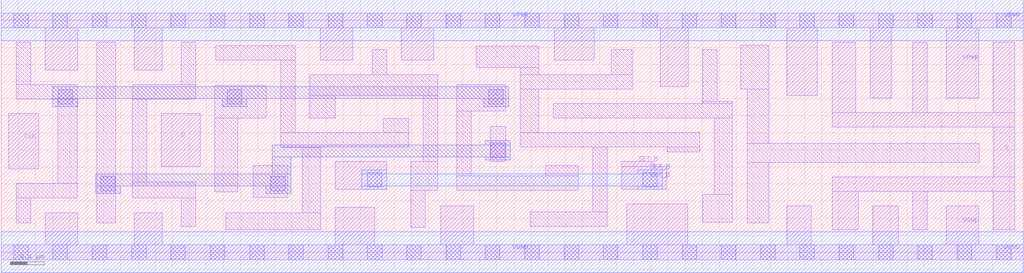
<source format=lef>
# Copyright 2020 The SkyWater PDK Authors
#
# Licensed under the Apache License, Version 2.0 (the "License");
# you may not use this file except in compliance with the License.
# You may obtain a copy of the License at
#
#     https://www.apache.org/licenses/LICENSE-2.0
#
# Unless required by applicable law or agreed to in writing, software
# distributed under the License is distributed on an "AS IS" BASIS,
# WITHOUT WARRANTIES OR CONDITIONS OF ANY KIND, either express or implied.
# See the License for the specific language governing permissions and
# limitations under the License.
#
# SPDX-License-Identifier: Apache-2.0

VERSION 5.7 ;
  NAMESCASESENSITIVE ON ;
  NOWIREEXTENSIONATPIN ON ;
  DIVIDERCHAR "/" ;
  BUSBITCHARS "[]" ;
UNITS
  DATABASE MICRONS 200 ;
END UNITS
PROPERTYDEFINITIONS
  MACRO maskLayoutSubType STRING ;
  MACRO prCellType STRING ;
  MACRO originalViewName STRING ;
END PROPERTYDEFINITIONS
MACRO sky130_fd_sc_hdll__dfstp_4
  CLASS CORE ;
  FOREIGN sky130_fd_sc_hdll__dfstp_4 ;
  ORIGIN  0.000000  0.000000 ;
  SIZE  11.96000 BY  2.720000 ;
  SYMMETRY X Y R90 ;
  SITE unithd ;
  PIN CLK
    ANTENNAGATEAREA  0.178200 ;
    DIRECTION INPUT ;
    USE SIGNAL ;
    PORT
      LAYER li1 ;
        RECT 0.090000 0.975000 0.440000 1.625000 ;
    END
  END CLK
  PIN D
    ANTENNAGATEAREA  0.247200 ;
    DIRECTION INPUT ;
    USE SIGNAL ;
    PORT
      LAYER li1 ;
        RECT 1.870000 1.005000 2.330000 1.625000 ;
    END
  END D
  PIN Q
    ANTENNADIFFAREA  1.435000 ;
    DIRECTION OUTPUT ;
    USE SIGNAL ;
    PORT
      LAYER li1 ;
        RECT  9.725000 0.265000 10.025000 0.715000 ;
        RECT  9.725000 0.715000 11.860000 0.885000 ;
        RECT  9.725000 1.470000 11.860000 1.640000 ;
        RECT  9.725000 1.640000  9.995000 2.465000 ;
        RECT 10.665000 0.265000 10.835000 0.715000 ;
        RECT 10.665000 1.640000 10.835000 2.465000 ;
        RECT 11.605000 0.265000 11.860000 0.715000 ;
        RECT 11.605000 1.640000 11.860000 2.465000 ;
        RECT 11.610000 0.885000 11.860000 1.470000 ;
    END
  END Q
  PIN SET_B
    ANTENNAGATEAREA  0.277200 ;
    DIRECTION INPUT ;
    USE SIGNAL ;
    PORT
      LAYER li1 ;
        RECT 3.910000 0.735000 4.510000 1.065000 ;
        RECT 7.260000 0.735000 7.780000 1.005000 ;
        RECT 7.260000 1.005000 7.640000 1.065000 ;
      LAYER mcon ;
        RECT 4.280000 0.765000 4.450000 0.935000 ;
        RECT 7.505000 0.765000 7.675000 0.935000 ;
      LAYER met1 ;
        RECT 4.220000 0.735000 4.510000 0.780000 ;
        RECT 4.220000 0.780000 7.735000 0.920000 ;
        RECT 4.220000 0.920000 4.510000 0.965000 ;
        RECT 7.445000 0.735000 7.735000 0.780000 ;
        RECT 7.445000 0.920000 7.735000 0.965000 ;
    END
  END SET_B
  PIN VGND
    DIRECTION INOUT ;
    USE GROUND ;
    PORT
      LAYER li1 ;
        RECT  0.000000 -0.085000 11.960000 0.085000 ;
        RECT  0.515000  0.085000  0.895000 0.465000 ;
        RECT  1.555000  0.085000  1.885000 0.465000 ;
        RECT  3.910000  0.085000  4.370000 0.525000 ;
        RECT  5.140000  0.085000  5.530000 0.545000 ;
        RECT  7.320000  0.085000  8.030000 0.565000 ;
        RECT  9.190000  0.085000  9.475000 0.545000 ;
        RECT 10.195000  0.085000 10.495000 0.545000 ;
        RECT 11.055000  0.085000 11.435000 0.545000 ;
      LAYER mcon ;
        RECT  0.145000 -0.085000  0.315000 0.085000 ;
        RECT  0.605000 -0.085000  0.775000 0.085000 ;
        RECT  1.065000 -0.085000  1.235000 0.085000 ;
        RECT  1.525000 -0.085000  1.695000 0.085000 ;
        RECT  1.985000 -0.085000  2.155000 0.085000 ;
        RECT  2.445000 -0.085000  2.615000 0.085000 ;
        RECT  2.905000 -0.085000  3.075000 0.085000 ;
        RECT  3.365000 -0.085000  3.535000 0.085000 ;
        RECT  3.825000 -0.085000  3.995000 0.085000 ;
        RECT  4.285000 -0.085000  4.455000 0.085000 ;
        RECT  4.745000 -0.085000  4.915000 0.085000 ;
        RECT  5.205000 -0.085000  5.375000 0.085000 ;
        RECT  5.665000 -0.085000  5.835000 0.085000 ;
        RECT  6.125000 -0.085000  6.295000 0.085000 ;
        RECT  6.585000 -0.085000  6.755000 0.085000 ;
        RECT  7.045000 -0.085000  7.215000 0.085000 ;
        RECT  7.505000 -0.085000  7.675000 0.085000 ;
        RECT  7.965000 -0.085000  8.135000 0.085000 ;
        RECT  8.425000 -0.085000  8.595000 0.085000 ;
        RECT  8.885000 -0.085000  9.055000 0.085000 ;
        RECT  9.345000 -0.085000  9.515000 0.085000 ;
        RECT  9.805000 -0.085000  9.975000 0.085000 ;
        RECT 10.265000 -0.085000 10.435000 0.085000 ;
        RECT 10.725000 -0.085000 10.895000 0.085000 ;
        RECT 11.185000 -0.085000 11.355000 0.085000 ;
        RECT 11.645000 -0.085000 11.815000 0.085000 ;
      LAYER met1 ;
        RECT 0.000000 -0.240000 11.960000 0.240000 ;
    END
  END VGND
  PIN VPWR
    DIRECTION INOUT ;
    USE POWER ;
    PORT
      LAYER li1 ;
        RECT  0.000000 2.635000 11.960000 2.805000 ;
        RECT  0.515000 2.135000  0.895000 2.635000 ;
        RECT  1.555000 2.135000  1.885000 2.635000 ;
        RECT  3.730000 2.255000  4.110000 2.635000 ;
        RECT  4.680000 2.255000  5.060000 2.635000 ;
        RECT  6.470000 2.255000  6.940000 2.635000 ;
        RECT  7.710000 1.945000  8.040000 2.635000 ;
        RECT  9.190000 1.835000  9.545000 2.635000 ;
        RECT 10.165000 1.810000 10.420000 2.635000 ;
        RECT 11.055000 1.810000 11.435000 2.635000 ;
      LAYER mcon ;
        RECT  0.145000 2.635000  0.315000 2.805000 ;
        RECT  0.605000 2.635000  0.775000 2.805000 ;
        RECT  1.065000 2.635000  1.235000 2.805000 ;
        RECT  1.525000 2.635000  1.695000 2.805000 ;
        RECT  1.985000 2.635000  2.155000 2.805000 ;
        RECT  2.445000 2.635000  2.615000 2.805000 ;
        RECT  2.905000 2.635000  3.075000 2.805000 ;
        RECT  3.365000 2.635000  3.535000 2.805000 ;
        RECT  3.825000 2.635000  3.995000 2.805000 ;
        RECT  4.285000 2.635000  4.455000 2.805000 ;
        RECT  4.745000 2.635000  4.915000 2.805000 ;
        RECT  5.205000 2.635000  5.375000 2.805000 ;
        RECT  5.665000 2.635000  5.835000 2.805000 ;
        RECT  6.125000 2.635000  6.295000 2.805000 ;
        RECT  6.585000 2.635000  6.755000 2.805000 ;
        RECT  7.045000 2.635000  7.215000 2.805000 ;
        RECT  7.505000 2.635000  7.675000 2.805000 ;
        RECT  7.965000 2.635000  8.135000 2.805000 ;
        RECT  8.425000 2.635000  8.595000 2.805000 ;
        RECT  8.885000 2.635000  9.055000 2.805000 ;
        RECT  9.345000 2.635000  9.515000 2.805000 ;
        RECT  9.805000 2.635000  9.975000 2.805000 ;
        RECT 10.265000 2.635000 10.435000 2.805000 ;
        RECT 10.725000 2.635000 10.895000 2.805000 ;
        RECT 11.185000 2.635000 11.355000 2.805000 ;
        RECT 11.645000 2.635000 11.815000 2.805000 ;
      LAYER met1 ;
        RECT 0.000000 2.480000 11.960000 2.960000 ;
    END
  END VPWR
  OBS
    LAYER li1 ;
      RECT 0.175000 0.345000  0.345000 0.635000 ;
      RECT 0.175000 0.635000  0.890000 0.805000 ;
      RECT 0.175000 1.795000  0.890000 1.965000 ;
      RECT 0.175000 1.965000  0.345000 2.465000 ;
      RECT 0.660000 0.805000  0.890000 1.795000 ;
      RECT 1.115000 0.345000  1.340000 2.465000 ;
      RECT 1.530000 0.635000  2.275000 0.825000 ;
      RECT 1.530000 0.825000  1.700000 1.795000 ;
      RECT 1.530000 1.795000  2.275000 1.965000 ;
      RECT 2.105000 0.305000  2.275000 0.635000 ;
      RECT 2.105000 1.965000  2.275000 2.465000 ;
      RECT 2.500000 0.705000  2.770000 1.575000 ;
      RECT 2.500000 1.575000  3.100000 1.955000 ;
      RECT 2.510000 2.250000  3.440000 2.420000 ;
      RECT 2.625000 0.265000  3.740000 0.465000 ;
      RECT 2.950000 0.645000  3.350000 1.015000 ;
      RECT 3.270000 1.230000  3.740000 1.235000 ;
      RECT 3.270000 1.235000  4.770000 1.405000 ;
      RECT 3.270000 1.405000  3.440000 2.250000 ;
      RECT 3.520000 0.465000  3.740000 1.230000 ;
      RECT 3.610000 1.575000  3.910000 1.835000 ;
      RECT 3.610000 1.835000  5.110000 2.085000 ;
      RECT 4.340000 2.085000  4.510000 2.375000 ;
      RECT 4.470000 1.405000  4.770000 1.565000 ;
      RECT 4.790000 0.295000  4.960000 0.725000 ;
      RECT 4.790000 0.725000  5.110000 1.065000 ;
      RECT 4.940000 1.065000  5.110000 1.835000 ;
      RECT 5.330000 0.725000  6.750000 0.895000 ;
      RECT 5.330000 0.895000  5.500000 1.655000 ;
      RECT 5.330000 1.655000  5.900000 1.965000 ;
      RECT 5.560000 2.165000  6.290000 2.415000 ;
      RECT 5.720000 1.065000  5.900000 1.475000 ;
      RECT 6.070000 1.235000  8.170000 1.405000 ;
      RECT 6.070000 1.405000  6.290000 1.915000 ;
      RECT 6.070000 1.915000  7.380000 2.085000 ;
      RECT 6.070000 2.085000  6.290000 2.165000 ;
      RECT 6.190000 0.305000  7.090000 0.475000 ;
      RECT 6.370000 0.895000  6.750000 1.015000 ;
      RECT 6.460000 1.575000  8.550000 1.745000 ;
      RECT 6.920000 0.475000  7.090000 1.235000 ;
      RECT 7.140000 2.085000  7.380000 2.375000 ;
      RECT 7.790000 1.175000  8.170000 1.235000 ;
      RECT 8.210000 0.350000  8.550000 0.680000 ;
      RECT 8.210000 1.745000  8.550000 1.765000 ;
      RECT 8.210000 1.765000  8.380000 2.375000 ;
      RECT 8.340000 0.680000  8.550000 1.575000 ;
      RECT 8.650000 1.915000  8.980000 2.425000 ;
      RECT 8.730000 0.345000  8.980000 1.055000 ;
      RECT 8.730000 1.055000 11.440000 1.275000 ;
      RECT 8.730000 1.275000  8.980000 1.915000 ;
    LAYER mcon ;
      RECT 0.665000 1.740000 0.835000 1.910000 ;
      RECT 1.165000 0.720000 1.335000 0.890000 ;
      RECT 2.645000 1.740000 2.815000 1.910000 ;
      RECT 3.155000 0.720000 3.325000 0.890000 ;
      RECT 5.705000 1.740000 5.875000 1.910000 ;
      RECT 5.725000 1.110000 5.895000 1.280000 ;
    LAYER met1 ;
      RECT 0.605000 1.710000 0.895000 1.800000 ;
      RECT 0.605000 1.800000 5.935000 1.940000 ;
      RECT 1.105000 0.690000 1.395000 0.780000 ;
      RECT 1.105000 0.780000 3.385000 0.920000 ;
      RECT 2.585000 1.710000 2.875000 1.800000 ;
      RECT 3.095000 0.690000 3.385000 0.780000 ;
      RECT 3.170000 0.920000 3.385000 1.120000 ;
      RECT 3.170000 1.120000 5.955000 1.260000 ;
      RECT 5.645000 1.710000 5.935000 1.800000 ;
      RECT 5.665000 1.080000 5.955000 1.120000 ;
      RECT 5.665000 1.260000 5.955000 1.310000 ;
  END
  PROPERTY maskLayoutSubType "abstract" ;
  PROPERTY prCellType "standard" ;
  PROPERTY originalViewName "layout" ;
END sky130_fd_sc_hdll__dfstp_4

</source>
